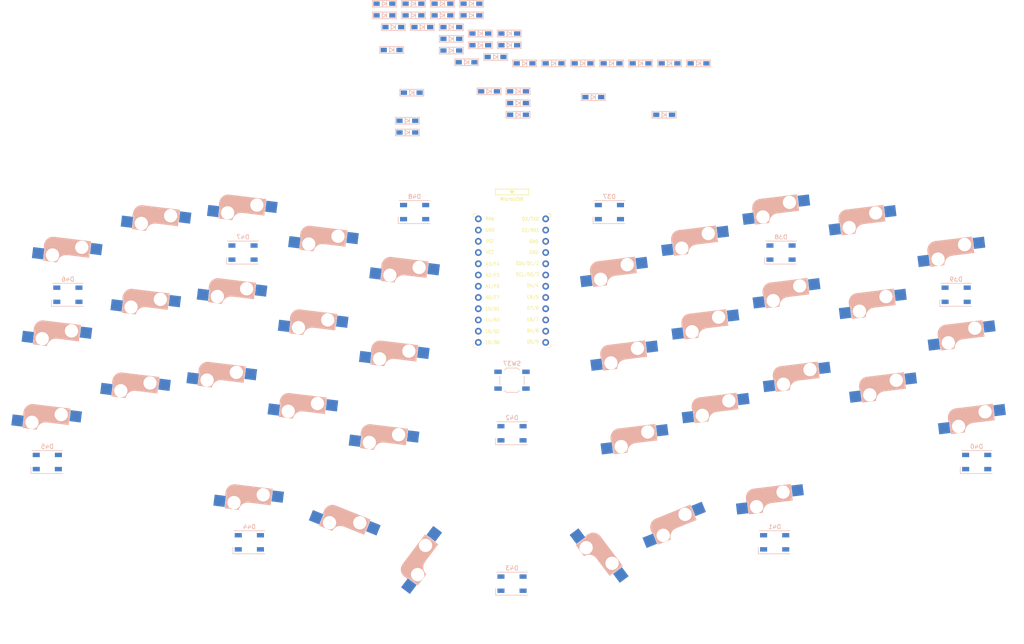
<source format=kicad_pcb>
(kicad_pcb (version 20211014) (generator pcbnew)
  (layers (0 "F.Cu" signal) (31 "B.Cu" signal) (34 "B.Paste" user) (35 "F.Paste" user) (36 "B.SilkS" user "B.Silkscreen") (37 "F.SilkS" user "F.Silkscreen") (38 "B.Mask" user) (39 "F.Mask" user) (44 "Edge.Cuts" user))
  (net 0 "")
  (net 1 "ROW01")
  (net 2 "Net-(D1-Pad2)")
  (net 3 "Net-(D2-Pad2)")
  (net 4 "Net-(D3-Pad2)")
  (net 5 "Net-(D4-Pad2)")
  (net 6 "Net-(D5-Pad2)")
  (net 7 "Net-(D6-Pad2)")
  (net 8 "Net-(D7-Pad2)")
  (net 9 "Net-(D8-Pad2)")
  (net 10 "Net-(D9-Pad2)")
  (net 11 "Net-(D10-Pad2)")
  (net 12 "ROW02")
  (net 13 "Net-(D11-Pad2)")
  (net 14 "Net-(D12-Pad2)")
  (net 15 "Net-(D13-Pad2)")
  (net 16 "Net-(D14-Pad2)")
  (net 17 "Net-(D15-Pad2)")
  (net 18 "Net-(D16-Pad2)")
  (net 19 "Net-(D17-Pad2)")
  (net 20 "Net-(D18-Pad2)")
  (net 21 "Net-(D19-Pad2)")
  (net 22 "Net-(D20-Pad2)")
  (net 23 "ROW03")
  (net 24 "Net-(D21-Pad2)")
  (net 25 "Net-(D22-Pad2)")
  (net 26 "Net-(D23-Pad2)")
  (net 27 "Net-(D24-Pad2)")
  (net 28 "Net-(D25-Pad2)")
  (net 29 "Net-(D26-Pad2)")
  (net 30 "Net-(D27-Pad2)")
  (net 31 "Net-(D28-Pad2)")
  (net 32 "Net-(D29-Pad2)")
  (net 33 "Net-(D30-Pad2)")
  (net 34 "ROW04")
  (net 35 "Net-(D31-Pad2)")
  (net 36 "Net-(D32-Pad2)")
  (net 37 "Net-(D33-Pad2)")
  (net 38 "Net-(D34-Pad2)")
  (net 39 "Net-(D35-Pad2)")
  (net 40 "Net-(D36-Pad2)")
  (net 41 "VCC")
  (net 42 "Net-(D37-Pad2)")
  (net 43 "LED")
  (net 44 "GND")
  (net 45 "Net-(D38-Pad2)")
  (net 46 "Net-(D39-Pad2)")
  (net 47 "Net-(D40-Pad2)")
  (net 48 "Net-(D41-Pad2)")
  (net 49 "Net-(D42-Pad2)")
  (net 51 "Net-(D43-Pad4)")
  (net 52 "Net-(D44-Pad4)")
  (net 53 "Net-(D45-Pad4)")
  (net 54 "Net-(D46-Pad4)")
  (net 55 "Net-(D47-Pad4)")
  (net 56 "COL01")
  (net 57 "COL02")
  (net 58 "COL03")
  (net 59 "COL04")
  (net 60 "COL05")
  (net 61 "COL06")
  (net 62 "COL07")
  (net 63 "COL08")
  (net 64 "COL09")
  (net 65 "COL10")
  (net 66 "RST")
  (footprint "KBD:CherryMX_Hotswap" (layer "F.Cu") (at 119.203093 100.155092 -7)
    (fp_text reference "SW15" hide)
    (fp_text value "SW_PUSH" hide)
    (pad "" np_thru_hole circle locked (at 5.08 0 353) (size 1.9 1.9) (drill 1.9) (layers *.Cu *.Mask))
    (pad "" np_thru_hole circle locked (at 0 0 83) (size 4.1 4.1) (drill 4.1) (layers *.Cu *.Mask))
    (pad "" np_thru_hole circle locked (at -5.08 0 353) (size 1.9 1.9) (drill 1.9) (layers *.Cu *.Mask))
    (pad "" np_thru_hole circle locked (at 2.54 -5.08 353) (size 3 3) (drill 3) (layers *.Cu *.Mask))
    (pad "" np_thru_hole circle locked (at -3.81 -2.54 353) (size 3 3) (drill 3) (layers *.Cu *.Mask))
    (pad "1" smd rect locked (at -7.085 -2.54 173) (size 2.55 2.5) (layers "B.Cu" "B.Paste" "B.Mask") (net 60 "COL05"))
    (pad "2" smd rect locked (at 5.842 -5.08 173) (size 2.55 2.5) (layers "B.Cu" "B.Paste" "B.Mask") (net 17 "Net-(D15-Pad2)"))
  )
  (footprint "KBD:CherryMX_Hotswap" (layer "F.Cu") (at 121.524704 81.247088 -7)
    (fp_text reference "SW5" hide)
    (fp_text value "SW_PUSH" hide)
    (pad "" np_thru_hole circle locked (at 0 0 83) (size 4.1 4.1) (drill 4.1) (layers *.Cu *.Mask))
    (pad "" np_thru_hole circle locked (at 2.54 -5.08 353) (size 3 3) (drill 3) (layers *.Cu *.Mask))
    (pad "" np_thru_hole circle locked (at 5.08 0 353) (size 1.9 1.9) (drill 1.9) (layers *.Cu *.Mask))
    (pad "" np_thru_hole circle locked (at -5.08 0 353) (size 1.9 1.9) (drill 1.9) (layers *.Cu *.Mask))
    (pad "" np_thru_hole circle locked (at -3.81 -2.54 353) (size 3 3) (drill 3) (layers *.Cu *.Mask))
    (pad "1" smd rect locked (at -7.085 -2.54 173) (size 2.55 2.5) (layers "B.Cu" "B.Paste" "B.Mask") (net 60 "COL05"))
    (pad "2" smd rect locked (at 5.842 -5.08 173) (size 2.55 2.5) (layers "B.Cu" "B.Paste" "B.Mask") (net 6 "Net-(D5-Pad2)"))
  )
  (footprint "KBD:CherryMX_Hotswap" (layer "F.Cu") (at 63.059544 88.462763 -7)
    (fp_text reference "SW12" hide)
    (fp_text value "SW_PUSH" hide)
    (pad "" np_thru_hole circle locked (at 5.08 0 353) (size 1.9 1.9) (drill 1.9) (layers *.Cu *.Mask))
    (pad "" np_thru_hole circle locked (at 2.54 -5.08 353) (size 3 3) (drill 3) (layers *.Cu *.Mask))
    (pad "" np_thru_hole circle locked (at 0 0 83) (size 4.1 4.1) (drill 4.1) (layers *.Cu *.Mask))
    (pad "" np_thru_hole circle locked (at -3.81 -2.54 353) (size 3 3) (drill 3) (layers *.Cu *.Mask))
    (pad "" np_thru_hole circle locked (at -5.08 0 353) (size 1.9 1.9) (drill 1.9) (layers *.Cu *.Mask))
    (pad "1" smd rect locked (at -7.085 -2.54 173) (size 2.55 2.5) (layers "B.Cu" "B.Paste" "B.Mask") (net 57 "COL02"))
    (pad "2" smd rect locked (at 5.842 -5.08 173) (size 2.55 2.5) (layers "B.Cu" "B.Paste" "B.Mask") (net 14 "Net-(D12-Pad2)"))
  )
  (footprint "KBD:CherryMX_Hotswap" (layer "F.Cu") (at 190.403517 93.105983 7)
    (fp_text reference "SW17" hide)
    (fp_text value "SW_PUSH" hide)
    (pad "" np_thru_hole circle locked (at 2.54 -5.08 7) (size 3 3) (drill 3) (layers *.Cu *.Mask))
    (pad "" np_thru_hole circle locked (at -5.08 0 7) (size 1.9 1.9) (drill 1.9) (layers *.Cu *.Mask))
    (pad "" np_thru_hole circle locked (at 0 0 97) (size 4.1 4.1) (drill 4.1) (layers *.Cu *.Mask))
    (pad "" np_thru_hole circle locked (at -3.81 -2.54 7) (size 3 3) (drill 3) (layers *.Cu *.Mask))
    (pad "" np_thru_hole circle locked (at 5.08 0 7) (size 1.9 1.9) (drill 1.9) (layers *.Cu *.Mask))
    (pad "1" smd rect locked (at -7.085 -2.54 187) (size 2.55 2.5) (layers "B.Cu" "B.Paste" "B.Mask") (net 62 "COL07"))
    (pad "2" smd rect locked (at 5.842 -5.08 187) (size 2.55 2.5) (layers "B.Cu" "B.Paste" "B.Mask") (net 19 "Net-(D17-Pad2)"))
  )
  (footprint "KBD:CherryMX_Hotswap" (layer "F.Cu") (at 80.226401 104.96488 -7)
    (fp_text reference "SW23" hide)
    (fp_text value "SW_PUSH" hide)
    (pad "" np_thru_hole circle locked (at 0 0 83) (size 4.1 4.1) (drill 4.1) (layers *.Cu *.Mask))
    (pad "" np_thru_hole circle locked (at -3.81 -2.54 353) (size 3 3) (drill 3) (layers *.Cu *.Mask))
    (pad "" np_thru_hole circle locked (at 5.08 0 353) (size 1.9 1.9) (drill 1.9) (layers *.Cu *.Mask))
    (pad "" np_thru_hole circle locked (at -5.08 0 353) (size 1.9 1.9) (drill 1.9) (layers *.Cu *.Mask))
    (pad "" np_thru_hole circle locked (at 2.54 -5.08 353) (size 3 3) (drill 3) (layers *.Cu *.Mask))
    (pad "1" smd rect locked (at -7.085 -2.54 173) (size 2.55 2.5) (layers "B.Cu" "B.Paste" "B.Mask") (net 58 "COL03"))
    (pad "2" smd rect locked (at 5.842 -5.08 173) (size 2.55 2.5) (layers "B.Cu" "B.Paste" "B.Mask") (net 26 "Net-(D23-Pad2)"))
  )
  (footprint "KBD:CherryMX_Hotswap" (layer "F.Cu") (at 208.731057 86.056876 7)
    (fp_text reference "SW18" hide)
    (fp_text value "SW_PUSH" hide)
    (pad "" np_thru_hole circle locked (at 2.54 -5.08 7) (size 3 3) (drill 3) (layers *.Cu *.Mask))
    (pad "" np_thru_hole circle locked (at -3.81 -2.54 7) (size 3 3) (drill 3) (layers *.Cu *.Mask))
    (pad "" np_thru_hole circle locked (at -5.08 0 7) (size 1.9 1.9) (drill 1.9) (layers *.Cu *.Mask))
    (pad "" np_thru_hole circle locked (at 5.08 0 7) (size 1.9 1.9) (drill 1.9) (layers *.Cu *.Mask))
    (pad "" np_thru_hole circle locked (at 0 0 97) (size 4.1 4.1) (drill 4.1) (layers *.Cu *.Mask))
    (pad "1" smd rect locked (at -7.085 -2.54 187) (size 2.55 2.5) (layers "B.Cu" "B.Paste" "B.Mask") (net 63 "COL08"))
    (pad "2" smd rect locked (at 5.842 -5.08 187) (size 2.55 2.5) (layers "B.Cu" "B.Paste" "B.Mask") (net 20 "Net-(D18-Pad2)"))
  )
  (footprint "KBD:CherryMX_Hotswap" (layer "F.Cu") (at 230.541136 107.370766 7)
    (fp_text reference "SW29" hide)
    (fp_text value "SW_PUSH" hide)
    (pad "" np_thru_hole circle locked (at 2.54 -5.08 7) (size 3 3) (drill 3) (layers *.Cu *.Mask))
    (pad "" np_thru_hole circle locked (at 5.08 0 7) (size 1.9 1.9) (drill 1.9) (layers *.Cu *.Mask))
    (pad "" np_thru_hole circle locked (at 0 0 97) (size 4.1 4.1) (drill 4.1) (layers *.Cu *.Mask))
    (pad "" np_thru_hole circle locked (at -3.81 -2.54 7) (size 3 3) (drill 3) (layers *.Cu *.Mask))
    (pad "" np_thru_hole circle locked (at -5.08 0 7) (size 1.9 1.9) (drill 1.9) (layers *.Cu *.Mask))
    (pad "1" smd rect locked (at -7.085 -2.54 187) (size 2.55 2.5) (layers "B.Cu" "B.Paste" "B.Mask") (net 64 "COL09"))
    (pad "2" smd rect locked (at 5.842 -5.08 187) (size 2.55 2.5) (layers "B.Cu" "B.Paste" "B.Mask") (net 32 "Net-(D29-Pad2)"))
  )
  (footprint "KBD:CherryMX_Hotswap" (layer "F.Cu") (at 45.312224 76.688142 -7)
    (fp_text reference "SW1" hide)
    (fp_text value "SW_PUSH" hide)
    (pad "" np_thru_hole circle locked (at 0 0 83) (size 4.1 4.1) (drill 4.1) (layers *.Cu *.Mask))
    (pad "" np_thru_hole circle locked (at 5.08 0 353) (size 1.9 1.9) (drill 1.9) (layers *.Cu *.Mask))
    (pad "" np_thru_hole circle locked (at 2.54 -5.08 353) (size 3 3) (drill 3) (layers *.Cu *.Mask))
    (pad "" np_thru_hole circle locked (at -5.08 0 353) (size 1.9 1.9) (drill 1.9) (layers *.Cu *.Mask))
    (pad "" np_thru_hole circle locked (at -3.81 -2.54 353) (size 3 3) (drill 3) (layers *.Cu *.Mask))
    (pad "1" smd rect locked (at -7.085 -2.54 173) (size 2.55 2.5) (layers "B.Cu" "B.Paste" "B.Mask") (net 56 "COL01"))
    (pad "2" smd rect locked (at 5.842 -5.08 173) (size 2.55 2.5) (layers "B.Cu" "B.Paste" "B.Mask") (net 2 "Net-(D1-Pad2)"))
  )
  (footprint "KBD:CherryMX_Hotswap" (layer "F.Cu") (at 204.972101 132.648261 7)
    (fp_text reference "SW36" hide)
    (fp_text value "SW_PUSH" hide)
    (pad "" np_thru_hole circle locked (at 5.08 0 7) (size 1.9 1.9) (drill 1.9) (layers *.Cu *.Mask))
    (pad "" np_thru_hole circle locked (at 2.54 -5.08 7) (size 3 3) (drill 3) (layers *.Cu *.Mask))
    (pad "" np_thru_hole circle locked (at 0 0 97) (size 4.1 4.1) (drill 4.1) (layers *.Cu *.Mask))
    (pad "" np_thru_hole circle locked (at -5.08 0 7) (size 1.9 1.9) (drill 1.9) (layers *.Cu *.Mask))
    (pad "" np_thru_hole circle locked (at -3.81 -2.54 7) (size 3 3) (drill 3) (layers *.Cu *.Mask))
    (pad "1" smd rect locked (at -7.085 -2.54 187) (size 2.55 2.5) (layers "B.Cu" "B.Paste" "B.Mask") (net 63 "COL08"))
    (pad "2" smd rect locked (at 5.842 -5.08 187) (size 2.55 2.5) (layers "B.Cu" "B.Paste" "B.Mask") (net 40 "Net-(D36-Pad2)"))
  )
  (footprint "KBD:CherryMX_Hotswap" (layer "F.Cu") (at 86.306969 132.648264 -7)
    (fp_text reference "SW31" hide)
    (fp_text value "SW_PUSH" hide)
    (pad "" np_thru_hole circle locked (at -5.08 0 353) (size 1.9 1.9) (drill 1.9) (layers *.Cu *.Mask))
    (pad "" np_thru_hole circle locked (at 2.54 -5.08 353) (size 3 3) (drill 3) (layers *.Cu *.Mask))
    (pad "" np_thru_hole circle locked (at 0 0 83) (size 4.1 4.1) (drill 4.1) (layers *.Cu *.Mask))
    (pad "" np_thru_hole circle locked (at -3.81 -2.54 353) (size 3 3) (drill 3) (layers *.Cu *.Mask))
    (pad "" np_thru_hole circle locked (at 5.08 0 353) (size 1.9 1.9) (drill 1.9) (layers *.Cu *.Mask))
    (pad "1" smd rect locked (at -7.085 -2.54 173) (size 2.55 2.5) (layers "B.Cu" "B.Paste" "B.Mask") (net 58 "COL03"))
    (pad "2" smd rect locked (at 5.842 -5.08 173) (size 2.55 2.5) (layers "B.Cu" "B.Paste" "B.Mask") (net 35 "Net-(D31-Pad2)"))
  )
  (footprint "KBD:CherryMX_Hotswap" (layer "F.Cu") (at 211.052668 104.964879 7)
    (fp_text reference "SW28" hide)
    (fp_text value "SW_PUSH" hide)
    (pad "" np_thru_hole circle locked (at 2.54 -5.08 7) (size 3 3) (drill 3) (layers *.Cu *.Mask))
    (pad "" np_thru_hole circle locked (at -5.08 0 7) (size 1.9 1.9) (drill 1.9) (layers *.Cu *.Mask))
    (pad "" np_thru_hole circle locked (at 5.08 0 7) (size 1.9 1.9) (drill 1.9) (layers *.Cu *.Mask))
    (pad "" np_thru_hole circle locked (at 0 0 97) (size 4.1 4.1) (drill 4.1) (layers *.Cu *.Mask))
    (pad "" np_thru_hole circle locked (at -3.81 -2.54 7) (size 3 3) (drill 3) (layers *.Cu *.Mask))
    (pad "1" smd rect locked (at -7.085 -2.54 187) (size 2.55 2.5) (layers "B.Cu" "B.Paste" "B.Mask") (net 63 "COL08"))
    (pad "2" smd rect locked (at 5.842 -5.08 187) (size 2.55 2.5) (layers "B.Cu" "B.Paste" "B.Mask") (net 31 "Net-(D28-Pad2)"))
  )
  (footprint "KBD:ProMicro_v3" (layer "F.Cu") (at 145.63985 80)
    (fp_text reference "U1" hide)
    (fp_text value "ProMicro" hide)
    (fp_text user "14/B3" (at -4.395 8.4 unlocked) (layer "F.SilkS") (effects (font (size 0.75 0.67) (thickness 0.125))))
    (fp_text user "A2/F5" (at -4.395 -1.75 unlocked) (layer "F.SilkS") (effects (font (size 0.75 0.67) (thickness 0.125))))
    (fp_text user "C6/5" (at 4.705 3.15 unlocked) (layer "F.SilkS") (effects (font (size 0.75 0.67) (thickness 0.125))))
    (fp_text user "A1/F6" (at -4.395 0.75 unlocked) (layer "F.SilkS") (effects (font (size 0.75 0.67) (thickness 0.125))))
    (fp_text user "GND" (at 4.955 -9.35 unlocked) (layer "F.SilkS") (effects (font (size 0.75 0.67) (thickness 0.125))))
    (fp_text user "B4/8" (at 4.705 10.8 unlocked) (layer "F.SilkS") (effects (font (size 0.75 0.67) (thickness 0.125))))
    (fp_text user "B5/9" (at 4.705 13.3 unlocked) (layer "F.SilkS") (effects (font (size 0.75 0.67) (thickness 0.125))))
    (fp_text user "E6/7" (at 4.705 8.25 unlocked) (layer "F.SilkS") (effects (font (size 0.75 0.67) (thickness 0.125))))
    (fp_text user "D4/4" (at 4.705 0.6 unlocked) (layer "F.SilkS") (effects (font (size 0.75 0.67) (thickness 0.125))))
    (fp_text user "A3/F4" (at -4.395 -4.25 unlocked) (layer "F.SilkS") (effects (font (size 0.75 0.67) (thickness 0.125))))
    (fp_text user "10/B6" (at -4.395 13.45 unlocked) (layer "F.SilkS") (effects (font (size 0.75 0.67) (thickness 0.125))))
    (fp_text user "RAW" (at -4.995 -14.5 unlocked) (layer "F.SilkS") (effects (font (size 0.75 0.67) (thickness 0.125))))
    (fp_text user "16/B2" (at -4.395 10.95 unlocked) (layer "F.SilkS") (effects (font (size 0.75 0.67) (thickness 0.125))))
    (fp_text user "SCL/D0/3" (at 3.455 -1.9 unlocked) (layer "F.SilkS") (effects (font (size 0.75 0.67) (thickness 0.125))))
    (fp_text user "15/B1" (at -4.395 5.85 unlocked) (layer "F.SilkS") (effects (font (size 0.75 0.67) (thickness 0.125))))
    (fp_text user "SDA/D1/2" (at 3.455 -4.4 unlocked) (layer "F.SilkS") (effects (font (size 0.75 0.67) (thickness 0.125))))
    (fp_text user "MicroUSB" (at -0.05 -18.95) (layer "F.SilkS") (effects (font (size 0.75 0.75) (thickness 0.12))))
    (fp_text user "VCC" (at -4.995 -6.95 unlocked) (layer "F.SilkS") (effects (font (size 0.75 0.67) (thickness 0.125))))
    (fp_text user "D3/TX0" (at 4.155 -14.45 unlocked) (layer "F.SilkS") (effects (font (size 0.75 0.67) (thickness 0.125))))
    (fp_text user "MicroUSB" (at -0.05 -18.95) (layer "F.SilkS") (effects (font (size 0.75 0.75) (thickness 0.12))))
    (fp_text user "D2/RX1" (at 4.155 -11.9 unlocked) (layer "F.SilkS") (effects (font (size 0.75 0.67) (thickness 0.125))))
    (fp_text user "D7/6" (at 4.705 5.7 unlocked) (layer "F.SilkS") (effects (font (size 0.75 0.67) (thickness 0.125))))
    (fp_text user "A0/F7" (at -4.395 3.3 unlocked) (layer "F.SilkS") (effects (font (size 0.75 0.67) (thickness 0.125))))
    (fp_text user "GND" (at 4.955 -6.9 unlocked) (layer "F.SilkS") (effects (font (size 0.75 0.67) (thickness 0.125))))
    (fp_text user "RST" (at -4.995 -9.4 unlocked) (layer "F.SilkS") (effects (font (size 0.75 0.67) (thickness 0.125))))
    (fp_text user "GND" (at -4.995 -11.95 unlocked) (layer "F.SilkS") (effects (font (size 0.75 0.67) (thickness 0.125))))
    (pad "1" thru_hole circle locked (at 7.6114 -14.478) (size 1.524 1.524) (drill 0.8128) (layers *.Cu "B.Mask"))
    (pad "2" thru_hole circle locked (at 7.6114 -11.938) (size 1.524 1.524) (drill 0.8128) (layers *.Cu "B.Mask"))
    (pad "3" thru_hole circle locked (at 7.6114 -9.398) (size 1.524 1.524) (drill 0.8128) (layers *.Cu "B.Mask") (net 44 "GND"))
    (pad "4" thru_hole circle locked (at 7.6114 -6.858) (size 1.524 1.524) (drill 0.8128) (layers *.Cu "B.Mask") (net 44 "GND"))
    (pad "5" thru_hole circle locked (at 7.6114 -4.318) (size 1.524 1.524) (drill 0.8128) (layers *.Cu "B.Mask") (net 1 "ROW01"))
    (pad "6" thru_hole circle locked (at 7.6114 -1.778) (size 1.524 1.524) (drill 0.8128) (layers *.Cu "B.Mask") (net 12 "ROW02"))
    (pad "7" thru_hole circle locked (at 7.6114 0.762) (size 1.524 1.524) (drill 0.8128) (layers *.Cu "B.Mask") (net 43 "LED"))
    (pad "8" thru_hole circle locked (at 7.6114 3.302) (size 1.524 1.524) (drill 0.8128) (layers *.Cu "B.Mask") (net 60 "COL05"))
    (pad "9" thru_hole circle locked (at 7.6114 5.842) (size 1.524 1.524) (drill 0.8128) (layers *.Cu "B.Mask") (net 59 "COL04"))
    (pad "10" thru_hole circle locked (at 7.6114 8.382) (size 1.524 1.524) (drill 0.8128) (layers *.Cu "B.Mask") (net 58 "COL03"))
    (pad "11" thru_hole circle locked (at 7.6114 10.922) (size 1.524 1.524) (drill 0.8128) (layers *.Cu "B.Mask") (net 57 "COL02"))
    (pad "12" thru_hole circle locked (at 7.6114 13.462) (size 1.524 1.524) (drill 0.8128) (layers *.Cu "B.Mask") (net 56 "COL01"))
    (pad "13" thru_hole circle locked (at -7.6086 13.462) (size 1.524 1.524) (drill 0.8128) (layers *.Cu "B.Mask") (net 65 "COL10"))
    (pad "14" thru_hole circle locked (at -7.6086 10.922) (size 1.524 1.524) (drill 0.8128) (layers *.Cu "B.Mask") (net 64 "COL09"))
    (pad "15" thru_hole circle locked (at -7.6086 8.382) (size 1.524 1.524) (drill 0.8128) (layers *.Cu "B.Mask") (net 63 "COL08"))
    (pad "16" thru_hole circle locked (at -7.6086 5.842) (size 1.524 1.524) (drill 0.8128) (layers *.Cu "B.Mask") (net 62 "COL07"))
    (pad "17" thru_hole circle locked (at -7.6086 3.302) (size 1.524 1.524) (drill 0.8128) (layers *.Cu "B.Mask") (net 61 "COL06"))
    (pad "18" thru_hole circle locked (at -7.6086 0.762) (size 1.524 1.524) (drill 0.8128) (layers *.Cu "B.Mask"))
    (pad "19" thru_hole circle locked (at -7.6086 -1.778) (size 1.524 1.524) (drill 0.8128) (layers *.Cu "B.Mask") (net 34 "ROW04"))
    (pad "20" thru_hole circle locked (at -7.6086 -4.318) (size 1.524 1.524) (drill 0.8128) (layers *.Cu "B.Mask") (net 23 "ROW03"))
    (pad "21" thru_hole circle locked (at -7.6086 -6.858) (size 1.524 1.524) (drill 0.8128) (layers *.Cu "B.Mask") (net 41 "VCC"))
    (pad "22" thru_hole circle locked (at -7.6086 -9.398) (size 1.524 1.524) (drill 0.8128) (layers *.Cu "B.Mask") (net 66 "RST"))
    (pad "23" thru_hole circle locked (at -7.6086 -11.938) (size 1.524 1.524) (drill 0.8128) (layers *.Cu "B.Mask") (net 44 "GND"))
    (pad "24" thru_hole circle locked (at -7.6086 -14.478) (size 1.524 1.524) (drill 0.8128) (layers *.Cu "B.Mask"))
  )
  (footprint "KBD:CherryMX_Hotswap" (layer "F.Cu") (at 192.725129 112.013988 7)
    (fp_text reference "SW27" hide)
    (fp_text value "SW_PUSH" hide)
    (pad "" np_thru_hole circle locked (at 5.08 0 7) (size 1.9 1.9) (drill 1.9) (layers *.Cu *.Mask))
    (pad "" np_thru_hole circle locked (at 0 0 97) (size 4.1 4.1) (drill 4.1) (layers *.Cu *.Mask))
    (pad "" np_thru_hole circle locked (at -3.81 -2.54 7) (size 3 3) (drill 3) (layers *.Cu *.Mask))
    (pad "" np_thru_hole circle locked (at 2.54 -5.08 7) (size 3 3) (drill 3) (layers *.Cu *.Mask))
    (pad "" np_thru_hole circle locked (at -5.08 0 7) (size 1.9 1.9) (drill 1.9) (layers *.Cu *.Mask))
    (pad "1" smd rect locked (at -7.085 -2.54 187) (size 2.55 2.5) (layers "B.Cu" "B.Paste" "B.Mask") (net 62 "COL07"))
    (pad "2" smd rect locked (at 5.842 -5.08 187) (size 2.55 2.5) (layers "B.Cu" "B.Paste" "B.Mask") (net 30 "Net-(D27-Pad2)"))
  )
  (footprint "KBD:CherryMX_Hotswap" (layer "F.Cu") (at 206.409447 67.148871 7)
    (fp_text reference "SW8" hide)
    (fp_text value "SW_PUSH" hide)
    (pad "" np_thru_hole circle locked (at -5.08 0 7) (size 1.9 1.9) (drill 1.9) (layers *.Cu *.Mask))
    (pad "" np_thru_hole circle locked (at 0 0 97) (size 4.1 4.1) (drill 4.1) (layers *.Cu *.Mask))
    (pad "" np_thru_hole circle locked (at -3.81 -2.54 7) (size 3 3) (drill 3) (layers *.Cu *.Mask))
    (pad "" np_thru_hole circle locked (at 5.08 0 7) (size 1.9 1.9) (drill 1.9) (layers *.Cu *.Mask))
    (pad "" np_thru_hole circle locked (at 2.54 -5.08 7) (size 3 3) (drill 3) (layers *.Cu *.Mask))
    (pad "1" smd rect locked (at -7.085 -2.54 187) (size 2.55 2.5) (layers "B.Cu" "B.Paste" "B.Mask") (net 63 "COL08"))
    (pad "2" smd rect locked (at 5.842 -5.08 187) (size 2.55 2.5) (layers "B.Cu" "B.Paste" "B.Mask") (net 9 "Net-(D8-Pad2)"))
  )
  (footprint "KBD:CherryMX_Hotswap" (layer "F.Cu") (at 245.966845 76.688142 7)
    (fp_text reference "SW10" hide)
    (fp_text value "SW_PUSH" hide)
    (pad "" np_thru_hole circle locked (at 2.54 -5.08 7) (size 3 3) (drill 3) (layers *.Cu *.Mask))
    (pad "" np_thru_hole circle locked (at -3.81 -2.54 7) (size 3 3) (drill 3) (layers *.Cu *.Mask))
    (pad "" np_thru_hole circle locked (at 0 0 97) (size 4.1 4.1) (drill 4.1) (layers *.Cu *.Mask))
    (pad "" np_thru_hole circle locked (at 5.08 0 7) (size 1.9 1.9) (drill 1.9) (layers *.Cu *.Mask))
    (pad "" np_thru_hole circle locked (at -5.08 0 7) (size 1.9 1.9) (drill 1.9) (layers *.Cu *.Mask))
    (pad "1" smd rect locked (at -7.085 -2.54 187) (size 2.55 2.5) (layers "B.Cu" "B.Paste" "B.Mask") (net 65 "COL10"))
    (pad "2" smd rect locked (at 5.842 -5.08 187) (size 2.55 2.5) (layers "B.Cu" "B.Paste" "B.Mask") (net 11 "Net-(D10-Pad2)"))
  )
  (footprint "KBD:CherryMX_Hotswap" (layer "F.Cu") (at 65.381156 69.554759 -7)
    (fp_text reference "SW2" hide)
    (fp_text value "SW_PUSH" hide)
    (pad "" np_thru_hole circle locked (at 5.08 0 353) (size 1.9 1.9) (drill 1.9) (layers *.Cu *.Mask))
    (pad "" np_thru_hole circle locked (at -5.08 0 353) (size 1.9 1.9) (drill 1.9) (layers *.Cu *.Mask))
    (pad "" np_thru_hole circle locked (at -3.81 -2.54 353) (size 3 3) (drill 3) (layers *.Cu *.Mask))
    (pad "" np_thru_hole circle locked (at 0 0 83) (size 4.1 4.1) (drill 4.1) (layers *.Cu *.Mask))
    (pad "" np_thru_hole circle locked (at 2.54 -5.08 353) (size 3 3) (drill 3) (layers *.Cu *.Mask))
    (pad "1" smd rect locked (at -7.085 -2.54 173) (size 2.55 2.5) (layers "B.Cu" "B.Paste" "B.Mask") (net 57 "COL02"))
    (pad "2" smd rect locked (at 5.842 -5.08 173) (size 2.55 2.5) (layers "B.Cu" "B.Paste" "B.Mask") (net 3 "Net-(D2-Pad2)"))
  )
  (footprint "KBD:CherryMX_Hotswap" (layer "F.Cu") (at 40.669002 114.50415 -7)
    (fp_text reference "SW21" hide)
    (fp_text value "SW_PUSH" hide)
    (pad "" np_thru_hole circle locked (at 2.54 -5.08 353) (size 3 3) (drill 3) (layers *.Cu *.Mask))
    (pad "" np_thru_hole circle locked (at -5.08 0 353) (size 1.9 1.9) (drill 1.9) (layers *.Cu *.Mask))
    (pad "" np_thru_hole circle locked (at -3.81 -2.54 353) (size 3 3) (drill 3) (layers *.Cu *.Mask))
    (pad "" np_thru_hole circle locked (at 0 0 83) (size 4.1 4.1) (drill 4.1) (layers *.Cu *.Mask))
    (pad "" np_thru_hole circle locked (at 5.08 0 353) (size 1.9 1.9) (drill 1.9) (layers *.Cu *.Mask))
    (pad "1" smd rect locked (at -7.085 -2.54 173) (size 2.55 2.5) (layers "B.Cu" "B.Paste" "B.Mask") (net 56 "COL01"))
    (pad "2" smd rect locked (at 5.842 -5.08 173) (size 2.55 2.5) (layers "B.Cu" "B.Paste" "B.Mask") (net 24 "Net-(D21-Pad2)"))
  )
  (footprint "KBD:CherryMX_Hotswap" (layer "F.Cu") (at 184.279071 138 22)
    (fp_text reference "SW35" hide)
    (fp_text value "SW_PUSH" hide)
    (pad "" np_thru_hole circle locked (at -3.81 -2.54 22) (size 3 3) (drill 3) (layers *.Cu *.Mask))
    (pad "" np_thru_hole circle locked (at 2.54 -5.08 22) (size 3 3) (drill 3) (layers *.Cu *.Mask))
    (pad "" np_thru_hole circle locked (at 5.08 0 22) (size 1.9 1.9) (drill 1.9) (layers *.Cu *.Mask))
    (pad "" np_thru_hole circle locked (at -5.08 0 22) (size 1.9 1.9) (drill 1.9) (layers *.Cu *.Mask))
    (pad "" np_thru_hole circle locked (at 0 0 112) (size 4.1 4.1) (drill 4.1) (layers *.Cu *.Mask))
    (pad "1" smd rect locked (at -7.085 -2.54 202) (size 2.55 2.5) (layers "B.Cu" "B.Paste" "B.Mask") (net 62 "COL07"))
    (pad "2" smd rect locked (at 5.842 -5.08 202) (size 2.55 2.5) (layers "B.Cu" "B.Paste" "B.Mask") (net 39 "Net-(D35-Pad2)"))
  )
  (footprint "KBD:CherryMX_Hotswap" (layer "F.Cu") (at 98.553942 112.013989 -7)
    (fp_text reference "SW24" hide)
    (fp_text value "SW_PUSH" hide)
    (pad "" np_thru_hole circle locked (at 2.54 -5.08 353) (size 3 3) (drill 3) (layers *.Cu *.Mask))
    (pad "" np_thru_hole circle locked (at -5.08 0 353) (size 1.9 1.9) (drill 1.9) (layers *.Cu *.Mask))
    (pad "" np_thru_hole circle locked (at 0 0 83) (size 4.1 4.1) (drill 4.1) (layers *.Cu *.Mask))
    (pad "" np_thru_hole circle locked (at 5.08 0 353) (size 1.9 1.9) (drill 1.9) (layers *.Cu *.Mask))
    (pad "" np_thru_hole circle locked (at -3.81 -2.54 353) (size 3 3) (drill 3) (layers *.Cu *.Mask))
    (pad "1" smd rect locked (at -7.085 -2.54 173) (size 2.55 2.5) (layers "B.Cu" "B.Paste" "B.Mask") (net 59 "COL04"))
    (pad "2" smd rect locked (at 5.842 -5.08 173) (size 2.55 2.5) (layers "B.Cu" "B.Paste" "B.Mask") (net 27 "Net-(D24-Pad2)"))
  )
  (footprint "KBD:CherryMX_Hotswap_1.5u" (layer "F.Cu") (at 128.627141 144.43364 53)
    (fp_text reference "SW33" hide)
    (fp_text value "SW_PUSH" hide)
    (pad "" np_thru_hole circle locked (at 0 0 143) (size 4.1 4.1) (drill 4.1) (layers *.Cu *.Mask))
    (pad "" np_thru_hole circle locked (at -5.08 0 53) (size 1.9 1.9) (drill 1.9) (layers *.Cu *.Mask))
    (pad "" np_thru_hole circle locked (at 2.54 -5.08 53) (size 3 3) (drill 3) (layers *.Cu *.Mask))
    (pad "" np_thru_hole circle locked (at 5.08 0 53) (size 1.9 1.9) (drill 1.9) (layers *.Cu *.Mask))
    (pad "" np_thru_hole circle locked (at -3.81 -2.54 53) (size 3 3) (drill 3) (layers *.Cu *.Mask))
    (pad "1" smd rect locked (at -7.085 -2.54 233) (size 2.55 2.5) (layers "B.Cu" "B.Paste" "B.Mask") (net 60 "COL05"))
    (pad "2" smd rect locked (at 5.842 -5.08 233) (size 2.55 2.5) (layers "B.Cu" "B.Paste" "B.Mask") (net 37 "Net-(D33-Pad2)"))
  )
  (footprint "KBD:CherryMX_Hotswap" (layer "F.Cu") (at 84.869623 67.148872 -7)
    (fp_text reference "SW3" hide)
    (fp_text value "SW_PUSH" hide)
    (pad "" np_thru_hole circle locked (at -3.81 -2.54 353) (size 3 3) (drill 3) (layers *.Cu *.Mask))
    (pad "" np_thru_hole circle locked (at 5.08 0 353) (size 1.9 1.9) (drill 1.9) (layers *.Cu *.Mask))
    (pad "" np_thru_hole circle locked (at 2.54 -5.08 353) (size 3 3) (drill 3) (layers *.Cu *.Mask))
    (pad "" np_thru_hole circle locked (at 0 0 83) (size 4.1 4.1) (drill 4.1) (layers *.Cu *.Mask))
    (pad "" np_thru_hole circle locked (at -5.08 0 353) (size 1.9 1.9) (drill 1.9) (layers *.Cu *.Mask))
    (pad "1" smd rect locked (at -7.085 -2.54 173) (size 2.55 2.5) (layers "B.Cu" "B.Paste" "B.Mask") (net 58 "COL03"))
    (pad "2" smd rect locked (at 5.842 -5.08 173) (size 2.55 2.5) (layers "B.Cu" "B.Paste" "B.Mask") (net 4 "Net-(D3-Pad2)"))
  )
  (footprint "KBD:CherryMX_Hotswap" (layer "F.Cu") (at 225.897915 69.554757 7)
    (fp_text reference "SW9" hide)
    (fp_text value "SW_PUSH" hide)
    (pad "" np_thru_hole circle locked (at 2.54 -5.08 7) (size 3 3) (drill 3) (layers *.Cu *.Mask))
    (pad "" np_thru_hole circle locked (at -5.08 0 7) (size 1.9 1.9) (drill 1.9) (layers *.Cu *.Mask))
    (pad "" np_thru_hole circle locked (at -3.81 -2.54 7) (size 3 3) (drill 3) (layers *.Cu *.Mask))
    (pad "" np_thru_hole circle locked (at 0 0 97) (size 4.1 4.1) (drill 4.1) (layers *.Cu *.Mask))
    (pad "" np_thru_hole circle locked (at 5.08 0 7) (size 1.9 1.9) (drill 1.9) (layers *.Cu *.Mask))
    (pad "1" smd rect locked (at -7.085 -2.54 187) (size 2.55 2.5) (layers "B.Cu" "B.Paste" "B.Mask") (net 64 "COL09"))
    (pad "2" smd rect locked (at 5.842 -5.08 187) (size 2.55 2.5) (layers "B.Cu" "B.Paste" "B.Mask") (net 10 "Net-(D9-Pad2)"))
  )
  (footprint "KBD:CherryMX_Hotswap" (layer "F.Cu") (at 172.075977 100.155092 7)
    (fp_text reference "SW16" hide)
    (fp_text value "SW_PUSH" hide)
    (pad "" np_thru_hole circle locked (at 0 0 97) (size 4.1 4.1) (drill 4.1) (layers *.Cu *.Mask))
    (pad "" np_thru_hole circle locked (at 2.54 -5.08 7) (size 3 3) (drill 3) (layers *.Cu *.Mask))
    (pad "" np_thru_hole circle locked (at 5.08 0 7) (size 1.9 1.9) (drill 1.9) (layers *.Cu *.Mask))
    (pad "" np_thru_hole circle locked (at -3.81 -2.54 7) (size 3 3) (drill 3) (layers *.Cu *.Mask))
    (pad "" np_thru_hole circle locked (at -5.08 0 7) (size 1.9 1.9) (drill 1.9) (layers *.Cu *.Mask))
    (pad "1" smd rect locked (at -7.085 -2.54 187) (size 2.55 2.5) (layers "B.Cu" "B.Paste" "B.Mask") (net 61 "COL06"))
    (pad "2" smd rect locked (at 5.842 -5.08 187) (size 2.55 2.5) (layers "B.Cu" "B.Paste" "B.Mask") (net 18 "Net-(D16-Pad2)"))
  )
  (footprint "KBD:CherryMX_Hotswap" (layer "F.Cu") (at 228.219526 88.462762 7)
    (fp_text reference "SW19" hide)
    (fp_text value "SW_PUSH" hide)
    (pad "" np_thru_hole circle locked (at -3.81 -2.54 7) (size 3 3) (drill 3) (layers *.Cu *.Mask))
    (pad "" np_thru_hole circle locked (at -5.08 0 7) (size 1.9 1.9) (drill 1.9) (layers *.Cu *.Mask))
    (pad "" np_thru_hole circle locked (at 0 0 97) (size 4.1 4.1) (drill 4.1) (layers *.Cu *.Mask))
    (pad "" np_thru_hole circle locked (at 5.08 0 7) (size 1.9 1.9) (drill 1.9) (layers *.Cu *.Mask))
    (pad "" np_thru_hole circle locked (at 2.54 -5.08 7) (size 3 3) (drill 3) (layers *.Cu *.Mask))
    (pad "1" smd rect locked (at -7.085 -2.54 187) (size 2.55 2.5) (layers "B.Cu" "B.Paste" "B.Mask") (net 64 "COL09"))
    (pad "2" smd rect locked (at 5.842 -5.08 187) (size 2.55 2.5) (layers "B.Cu" "B.Paste" "B.Mask") (net 21 "Net-(D19-Pad2)"))
  )
  (footprint "KBD:CherryMX_Hotswap" (layer "F.Cu") (at 100.875553 93.105984 -7)
    (fp_text reference "SW14" hide)
    (fp_text value "SW_PUSH" hide)
    (pad "" np_thru_hole circle locked (at -5.08 0 353) (size 1.9 1.9) (drill 1.9) (layers *.Cu *.Mask))
    (pad "" np_thru_hole circle locked (at 0 0 83) (size 4.1 4.1) (drill 4.1) (layers *.Cu *.Mask))
    (pad "" np_thru_hole circle locked (at 2.54 -5.08 353) (size 3 3) (drill 3) (layers *.Cu *.Mask))
    (pad "" np_thru_hole circle locked (at -3.81 -2.54 353) (size 3 3) (drill 3) (layers *.Cu *.Mask))
    (pad "" np_thru_hole circle locked (at 5.08 0 353) (size 1.9 1.9) (drill 1.9) (layers *.Cu *.Mask))
    (pad "1" smd rect locked (at -7.085 -2.54 173) (size 2.55 2.5) (layers "B.Cu" "B.Paste" "B.Mask") (net 59 "COL04"))
    (pad "2" smd rect locked (at 5.842 -5.08 173) (size 2.55 2.5) (layers "B.Cu" "B.Paste" "B.Mask") (net 16 "Net-(D14-Pad2)"))
  )
  (footprint "KBD:CherryMX_Hotswap_1.5u" (layer "F.Cu") (at 162.651929 144.433641 -53)
    (fp_text reference "SW34" hide)
    (fp_text value "SW_PUSH" hide)
    (pad "" np_thru_hole circle locked (at 2.54 -5.08 307) (size 3 3) (drill 3) (layers *.Cu *.Mask))
    (pad "" np_thru_hole circle locked (at -5.08 0 307) (size 1.9 1.9) (drill 1.9) (layers *.Cu *.Mask))
    (pad "" np_thru_hole circle locked (at 0 0 37) (size 4.1 4.1) (drill 4.1) (layers *.Cu *.Mask))
    (pad "" np_thru_hole circle locked (at -3.81 -2.54 307) (size 3 3) (drill 3) (layers *.Cu *.Mask))
    (pad "" np_thru_hole circle locked (at 5.08 0 307) (size 1.9 1.9) (drill 1.9) (layers *.Cu *.Mask))
    (pad "1" smd rect locked (at -7.085 -2.54 127) (size 2.55 2.5) (layers "B.Cu" "B.Paste" "B.Mask") (net 61 "COL06"))
    (pad "2" smd rect locked (at 5.842 -5.08 127) (size 2.55 2.5) (layers "B.Cu" "B.Paste" "B.Mask") (net 38 "Net-(D34-Pad2)"))
  )
  (footprint "KBD:CherryMX_Hotswap" (layer "F.Cu") (at 42.990612 95.596146 -7)
    (fp_text reference "SW11" hide)
    (fp_text value "SW_PUSH" hide)
    (pad "" np_thru_hole circle locked (at -3.81 -2.54 353) (size 3 3) (drill 3) (layers *.Cu *.Mask))
    (pad "" np_thru_hole circle locked (at 2.54 -5.08 353) (size 3 3) (drill 3) (layers *.Cu *.Mask))
    (pad "" np_thru_hole circle locked (at -5.08 0 353) (size 1.9 1.9) (drill 1.9) (layers *.Cu *.Mask))
    (pad "" np_thru_hole circle locked (at 0 0 83) (size 4.1 4.1) (drill 4.1) (layers *.Cu *.Mask))
    (pad "" np_thru_hole circle locked (at 5.08 0 353) (size 1.9 1.9) (drill 1.9) (layers *.Cu *.Mask))
    (pad "1" smd rect locked (at -7.085 -2.54 173) (size 2.55 2.5) (layers "B.Cu" "B.Paste" "B.Mask") (net 56 "COL01"))
    (pad "2" smd rect locked (at 5.842 -5.08 173) (size 2.55 2.5) (layers "B.Cu" "B.Paste" "B.Mask") (net 13 "Net-(D11-Pad2)"))
  )
  (footprint "KBD:CherryMX_Hotswap" (layer "F.Cu") (at 103.197164 74.197981 -7)
    (fp_text reference "SW4" hide)
    (fp_text value "SW_PUSH" hide)
    (pad "" np_thru_hole circle locked (at -3.81 -2.54 353) (size 3 3) (drill 3) (layers *.Cu *.Mask))
    (pad "" np_thru_hole circle locked (at 2.54 -5.08 353) (size 3 3) (drill 3) (layers *.Cu *.Mask))
    (pad "" np_thru_hole circle locked (at -5.08 0 353) (size 1.9 1.9) (drill 1.9) (layers *.Cu *.Mask))
    (pad "" np_thru_hole circle locked (at 0 0 83) (size 4.1 4.1) (drill 4.1) (layers *.Cu *.Mask))
    (pad "" np_thru_hole circle locked (at 5.08 0 353) (size 1.9 1.9) (drill 1.9) (layers *.Cu *.Mask))
    (pad "1" smd rect locked (at -7.085 -2.54 173) (size 2.55 2.5) (layers "B.Cu" "B.Paste" "B.Mask") (net 59 "COL04"))
    (pad "2" smd rect locked (at 5.842 -5.08 173) (size 2.55 2.5) (layers "B.Cu" "B.Paste" "B.Mask") (net 5 "Net-(D4-Pad2)"))
  )
  (footprint "KBD:CherryMX_Hotswap" (layer "F.Cu") (at 248.288457 95.596145 7)
    (fp_text reference "SW20" hide)
    (fp_text value "SW_PUSH" hide)
    (pad "" np_thru_hole circle locked (at -5.08 0 7) (size 1.9 1.9) (drill 1.9) (layers *.Cu *.Mask))
    (pad "" np_thru_hole circle locked (at 5.08 0 7) (size 1.9 1.9) (drill 1.9) (layers *.Cu *.Mask))
    (pad "" np_thru_hole circle locked (at 2.54 -5.08 7) (size 3 3) (drill 3) (layers *.Cu *.Mask))
    (pad "" np_thru_hole circle locked (at 0 0 97) (size 4.1 4.1) (drill 4.1) (layers *.Cu *.Mask))
    (pad "" np_thru_hole circle locked (at -3.81 -2.54 7) (size 3 3) (drill 3) (layers *.Cu *.Mask))
    (pad "1" smd rect locked (at -7.085 -2.54 187) (size 2.55 2.5) (layers "B.Cu" "B.Paste" "B.Mask") (net 65 "COL10"))
    (pad "2" smd rect locked (at 5.842 -5.08 187) (size 2.55 2.5) (layers "B.Cu" "B.Paste" "B.Mask") (net 22 "Net-(D20-Pad2)"))
  )
  (footprint "KBD:CherryMX_Hotswap" (layer "F.Cu") (at 107 138 -22)
    (fp_text reference "SW32" hide)
    (fp_text value "SW_PUSH" hide)
    (pad "" np_thru_hole circle locked (at 0 0 68) (size 4.1 4.1) (drill 4.1) (layers *.Cu *.Mask))
    (pad "" np_thru_hole circle locked (at -5.08 0 338) (size 1.9 1.9) (drill 1.9) (layers *.Cu *.Mask))
    (pad "" np_thru_hole circle locked (at 5.08 0 338) (size 1.9 1.9) (drill 1.9) (layers *.Cu *.Mask))
    (pad "" np_thru_hole circle locked (at -3.81 -2.54 338) (size 3 3) (drill 3) (layers *.Cu *.Mask))
    (pad "" np_thru_hole circle locked (at 2.54 -5.08 338) (size 3 3) (drill 3) (layers *.Cu *.Mask))
    (pad "1" smd rect locked (at -7.085 -2.54 158) (size 2.55 2.5) (layers "B.Cu" "B.Paste" "B.Mask") (net 59 "COL04"))
    (pad "2" smd rect locked (at 5.842 -5.08 158) (size 2.55 2.5) (layers "B.Cu" "B.Paste" "B.Mask") (net 36 "Net-(D32-Pad2)"))
  )
  (footprint "KBD:CherryMX_Hotswap" (layer "F.Cu") (at 116.881483 119.063096 -7)
    (fp_text reference "SW25" hide)
    (fp_text value "SW_PUSH" hide)
    (pad "" np_thru_hole circle locked (at 5.08 0 353) (size 1.9 1.9) (drill 1.9) (layers *.Cu *.Mask))
    (pad "" np_thru_hole circle locked (at 2.54 -5.08 353) (size 3 3) (drill 3) (layers *.Cu *.Mask))
    (pad "" np_thru_hole circle locked (at -5.08 0 353) (size 1.9 1.9) (drill 1.9) (layers *.Cu *.Mask))
    (pad "" np_thru_hole circle locked (at 0 0 83) (size 4.1 4.1) (drill 4.1) (layers *.Cu *.Mask))
    (pad "" np_thru_hole circle locked (at -3.81 -2.54 353) (size 3 3) (drill 3) (layers *.Cu *.Mask))
    (pad "1" smd rect locked (at -7.085 -2.54 173) (size 2.55 2.5) (layers "B.Cu" "B.Paste" "B.Mask") (net 60 "COL05"))
    (pad "2" smd rect locked (at 5.842 -5.08 173) (size 2.55 2.5) (layers "B.Cu" "B.Paste" "B.Mask") (net 28 "Net-(D25-Pad2)"))
  )
  (footprint "KBD:CherryMX_Hotswap" (layer "F.Cu") (at 250.610068 114.504149 7)
    (fp_text reference "SW30" hide)
    (fp_text value "SW_PUSH" hide)
    (pad "" np_thru_hole circle locked (at 0 0 97) (size 4.1 4.1) (drill 4.1) (layers *.Cu *.Mask))
    (pad "" np_thru_hole circle locked (at 5.08 0 7) (size 1.9 1.9) (drill 1.9) (layers *.Cu *.Mask))
    (pad "" np_thru_hole circle locked (at 2.54 -5.08 7) (size 3 3) (drill 3) (layers *.Cu *.Mask))
    (pad "" np_thru_hole circle locked (at -5.08 0 7) (size 1.9 1.9) (drill 1.9) (layers *.Cu *.Mask))
    (pad "" np_thru_hole circle locked (at -3.81 -2.54 7) (size 3 3) (drill 3) (layers *.Cu *.Mask))
    (pad "1" smd rect locked (at -7.085 -2.54 187) (size 2.55 2.5) (layers "B.Cu" "B.Paste" "B.Mask") (net 65 "COL10"))
    (pad "2" smd rect locked (at 5.842 -5.08 187) (size 2.55 2.5) (layers "B.Cu" "B.Paste" "B.Mask") (net 33 "Net-(D30-Pad2)"))
  )
  (footprint "KBD:CherryMX_Hotswap" (layer "F.Cu") (at 174.397588 119.063096 7)
    (fp_text reference "SW26" hide)
    (fp_text value "SW_PUSH" hide)
    (pad "" np_thru_hole circle locked (at -3.81 -2.54 7) (size 3 3) (drill 3) (layers *.Cu *.Mask))
    (pad "" np_thru_hole circle locked (at 2.54 -5.08 7) (size 3 3) (drill 3) (layers *.Cu *.Mask))
    (pad "" np_thru_hole circle locked (at -5.08 0 7) (size 1.9 1.9) (drill 1.9) (layers *.Cu *.Mask))
    (pad "" np_thru_hole circle locked (at 5.08 0 7) (size 1.9 1.9) (drill 1.9) (layers *.Cu *.Mask))
    (pad "" np_thru_hole circle locked (at 0 0 97) (size 4.1 4.1) (drill 4.1) (layers *.Cu *.Mask))
    (pad "1" smd rect locked (at -7.085 -2.54 187) (size 2.55 2.5) (layers "B.Cu" "B.Paste" "B.Mask") (net 61 "COL06"))
    (pad "2" smd rect locked (at 5.842 -5.08 187) (size 2.55 2.5) (layers "B.Cu" "B.Paste" "B.Mask") (net 29 "Net-(D26-Pad2)"))
  )
  (footprint "KBD:CherryMX_Hotswap" (layer "F.Cu") (at 188.081907 74.19798 7)
    (fp_text reference "SW7" hide)
    (fp_text value "SW_PUSH" hide)
    (pad "" np_thru_hole circle locked (at 5.08 0 7) (size 1.9 1.9) (drill 1.9) (layers *.Cu *.Mask))
    (pad "" np_thru_hole circle locked (at -3.81 -2.54 7) (size 3 3) (drill 3) (layers *.Cu *.Mask))
    (pad "" np_thru_hole circle locked (at 0 0 97) (size 4.1 4.1) (drill 4.1) (layers *.Cu *.Mask))
    (pad "" np_thru_hole circle locked (at 2.54 -5.08 7) (size 3 3) (drill 3) (layers *.Cu *.Mask))
    (pad "" np_thru_hole circle locked (at -5.08 0 7) (size 1.9 1.9) (drill 1.9) (layers *.Cu *.Mask))
    (pad "1" smd rect locked (at -7.085 -2.54 187) (size 2.55 2.5) (layers "B.Cu" "B.Paste" "B.Mask") (net 62 "COL07"))
    (pad "2" smd rect locked (at 5.842 -5.08 187) (size 2.55 2.5) (layers "B.Cu" "B.Paste" "B.Mask") (net 8 "Net-(D7-Pad2)"))
  )
  (footprint "KBD:CherryMX_Hotswap" (layer "F.Cu") (at 82.548012 86.056876 -7)
    (fp_text reference "SW13" hide)
    (fp_text value "SW_PUSH" hide)
    (pad "" np_thru_hole circle locked (at 2.54 -5.08 353) (size 3 3) (drill 3) (layers *.Cu *.Mask))
    (pad "" np_thru_hole circle locked (at 0 0 83) (size 4.1 4.1) (drill 4.1) (layers *.Cu *.Mask))
    (pad "" np_thru_hole circle locked (at -3.81 -2.54 353) (size 3 3) (drill 3) (layers *.Cu *.Mask))
    (pad "" np_thru_hole circle locked (at 5.08 0 353) (size 1.9 1.9) (drill 1.9) (layers *.Cu *.Mask))
    (pad "" np_thru_hole circle locked (at -5.08 0 353) (size 1.9 1.9) (drill 1.9) (layers *.Cu *.Mask))
    (pad "1" smd rect locked (at -7.085 -2.54 173) (size 2.55 2.5) (layers "B.Cu" "B.Paste" "B.Mask") (net 58 "COL03"))
    (pad "2" smd rect locked (at 5.842 -5.08 173) (size 2.55 2.5) (layers "B.Cu" "B.Paste" "B.Mask") (net 15 "Net-(D13-Pad2)"))
  )
  (footprint "KBD:CherryMX_Hotswap" (layer "F.Cu") (at 60.737933 107.370767 -7)
    (fp_text reference "SW22" hide)
    (fp_text value "SW_PUSH" hide)
    (pad "" np_thru_hole circle locked (at 2.54 -5.08 353) (size 3 3) (drill 3) (layers *.Cu *.Mask))
    (pad "" np_thru_hole circle locked (at -5.08 0 353) (size 1.9 1.9) (drill 1.9) (layers *.Cu *.Mask))
    (pad "" np_thru_hole circle locked (at 5.08 0 353) (size 1.9 1.9) (drill 1.9) (layers *.Cu *.Mask))
    (pad "" np_thru_hole circle locked (at 0 0 83) (size 4.1 4.1) (drill 4.1) (layers *.Cu *.Mask))
    (pad "" np_thru_hole circle locked (at -3.81 -2.54 353) (size 3 3) (drill 3) (layers *.Cu *.Mask))
    (pad "1" smd rect locked (at -7.085 -2.54 173) (size 2.55 2.5) (layers "B.Cu" "B.Paste" "B.Mask") (net 57 "COL02"))
    (pad "2" smd rect locked (at 5.842 -5.08 173) (size 2.55 2.5) (layers "B.Cu" "B.Paste" "B.Mask") (net 25 "Net-(D22-Pad2)"))
  )
  (footprint "KBD:CherryMX_Hotswap" (layer "F.Cu") (at 169.754366 81.247087 7)
    (fp_text reference "SW6" hide)
    (fp_text value "SW_PUSH" hide)
    (pad "" np_thru_hole circle locked (at -5.08 0 7) (size 1.9 1.9) (drill 1.9) (layers *.Cu *.Mask))
    (pad "" np_thru_hole circle locked (at 5.08 0 7) (size 1.9 1.9) (drill 1.9) (layers *.Cu *.Mask))
    (pad "" np_thru_hole circle locked (at 2.54 -5.08 7) (size 3 3) (drill 3) (layers *.Cu *.Mask))
    (pad "" np_thru_hole circle locked (at -3.81 -2.54 7) (size 3 3) (drill 3) (layers *.Cu *.Mask))
    (pad "" np_thru_hole circle locked (at 0 0 97) (size 4.1 4.1) (drill 4.1) (layers *.Cu *.Mask))
    (pad "1" smd rect locked (at -7.085 -2.54 187) (size 2.55 2.5) (layers "B.Cu" "B.Paste" "B.Mask") (net 61 "COL06"))
    (pad "2" smd rect locked (at 5.842 -5.08 187) (size 2.55 2.5) (layers "B.Cu" "B.Paste" "B.Mask") (net 7 "Net-(D6-Pad2)"))
  )
  (footprint "KBD:D3_SMD_v2" (layer "B.Cu") (at 138.475 23.625 180)
    (fp_text reference "D8" hide)
    (fp_text value "1N4148W" hide)
    (pad "1" smd rect locked (at -1.775 0 180) (size 1.4 1) (layers "B.Cu" "B.Paste" "B.Mask") (net 1 "ROW01"))
    (pad "2" smd rect locked (at 1.775 0 180) (size 1.4 1) (layers "B.Cu" "B.Paste" "B.Mask") (net 9 "Net-(D8-Pad2)"))
  )
  (footprint "KBD:D3_SMD_v2" (layer "B.Cu") (at 147 39.35 180)
    (fp_text reference "D22" hide)
    (fp_text value "1N4148W" hide)
    (pad "1" smd rect locked (at -1.775 0 180) (size 1.4 1) (layers "B.Cu" "B.Paste" "B.Mask") (net 23 "ROW03"))
    (pad "2" smd rect locked (at 1.775 0 180) (size 1.4 1) (layers "B.Cu" "B.Paste" "B.Mask") (net 25 "Net-(D22-Pad2)"))
  )
  (footprint "KBD:D3_SMD_v2" (layer "B.Cu") (at 161.575 30.375 180)
    (fp_text reference "D35" hide)
    (fp_text value "1N4148W" hide)
    (pad "1" smd rect locked (at -1.775 0 180) (size 1.4 1) (layers "B.Cu" "B.Paste" "B.Mask") (net 34 "ROW04"))
    (pad "2" smd rect locked (at 1.775 0 180) (size 1.4 1) (layers "B.Cu" "B.Paste" "B.Mask") (net 39 "Net-(D35-Pad2)"))
  )
  (footprint "KBD:D3_SMD_v2" (layer "B.Cu") (at 136.475 19.525 180)
    (fp_text reference "D2" hide)
    (fp_text value "1N4148W" hide)
    (pad "1" smd rect locked (at -1.775 0 180) (size 1.4 1) (layers "B.Cu" "B.Paste" "B.Mask") (net 1 "ROW01"))
    (pad "2" smd rect locked (at 1.775 0 180) (size 1.4 1) (layers "B.Cu" "B.Paste" "B.Mask") (net 3 "Net-(D2-Pad2)"))
  )
  (footprint "KBD:LED_WS2812B-PLCC4" (layer "B.Cu") (at 40.669002 120.50415 180)
    (fp_text reference "D45" (at 0 3.5) (layer "B.SilkS") (effects (justify mirror)))
    (fp_text value "WS2812B")
    (pad "1" smd rect locked (at -2.5 1.6 180) (size 1.6 1) (layers "B.Cu" "B.Paste" "B.Mask") (net 41 "VCC"))
    (pad "2" smd rect locked (at -2.5 -1.6 180) (size 1.6 1) (layers "B.Cu" "B.Paste" "B.Mask") (net 52 "Net-(D44-Pad4)"))
    (pad "3" smd rect locked (at 2.5 -1.6 180) (size 1.6 1) (layers "B.Cu" "B.Paste" "B.Mask") (net 44 "GND"))
    (pad "4" smd rect locked (at 2.5 1.6 180) (size 1.6 1) (layers "B.Cu" "B.Paste" "B.Mask") (net 53 "Net-(D45-Pad4)"))
  )
  (footprint "KBD:LED_WS2812B-PLCC4" (layer "B.Cu") (at 250.610068 120.504149 180)
    (fp_text reference "D40" (at 0 3.5) (layer "B.SilkS") (effects (justify mirror)))
    (fp_text value "WS2812B")
    (pad "1" smd rect locked (at -2.5 1.6 180) (size 1.6 1) (layers "B.Cu" "B.Paste" "B.Mask") (net 41 "VCC"))
    (pad "2" smd rect locked (at -2.5 -1.6 180) (size 1.6 1) (layers "B.Cu" "B.Paste" "B.Mask") (net 47 "Net-(D40-Pad2)"))
    (pad "3" smd rect locked (at 2.5 -1.6 180) (size 1.6 1) (layers "B.Cu" "B.Paste" "B.Mask") (net 44 "GND"))
    (pad "4" smd rect locked (at 2.5 1.6 180) (size 1.6 1) (layers "B.Cu" "B.Paste" "B.Mask") (net 46 "Net-(D39-Pad2)"))
  )
  (footprint "KBD:D3_SMD_v2" (layer "B.Cu") (at 116.825 16.875 180)
    (fp_text reference "D16" hide)
    (fp_text value "1N4148W" hide)
    (pad "1" smd rect locked (at -1.775 0 180) (size 1.4 1) (layers "B.Cu" "B.Paste" "B.Mask") (net 12 "ROW02"))
    (pad "2" smd rect locked (at 1.775 0 180) (size 1.4 1) (layers "B.Cu" "B.Paste" "B.Mask") (net 18 "Net-(D16-Pad2)"))
  )
  (footprint "KBD:D3_SMD_v2" (layer "B.Cu") (at 131.925 27.475 180)
    (fp_text reference "D29" hide)
    (fp_text value "1N4148W" hide)
    (pad "1" smd rect locked (at -1.775 0 180) (size 1.4 1) (layers "B.Cu" "B.Paste" "B.Mask") (net 23 "ROW03"))
    (pad "2" smd rect locked (at 1.775 0 180) (size 1.4 1) (layers "B.Cu" "B.Paste" "B.Mask") (net 32 "Net-(D29-Pad2)"))
  )
  (footprint "KBD:D3_SMD_v2" (layer "B.Cu") (at 122 43.35 180)
    (fp_text reference "D36" hide)
    (fp_text value "1N4148W" hide)
    (pad "1" smd rect locked (at -1.775 0 180) (size 1.4 1) (layers "B.Cu" "B.Paste" "B.Mask") (net 34 "ROW04"))
    (pad "2" smd rect locked (at 1.775 0 180) (size 1.4 1) (layers "B.Cu" "B.Paste" "B.Mask") (net 40 "Net-(D36-Pad2)"))
  )
  (footprint "KBD:D3_SMD_v2" (layer "B.Cu") (at 123.375 16.875 180)
    (fp_text reference "D14" hide)
    (fp_text value "1N4148W" hide)
    (pad "1" smd rect locked (at -1.775 0 180) (size 1.4 1) (layers "B.Cu" "B.Paste" "B.Mask") (net 12 "ROW02"))
    (pad "2" smd rect locked (at 1.775 0 180) (size 1.4 1) (layers "B.Cu" "B.Paste" "B.Mask") (net 16 "Net-(D14-Pad2)"))
  )
  (footprint "KBD:LED_WS2812B-PLCC4" (layer "B.Cu") (at 123.63985 64 180)
    (fp_text reference "D48" (at 0 3.5) (layer "B.SilkS") (effects (justify mirror)))
    (fp_text value "WS2812B")
    (pad "1" smd rect locked (at -2.5 1.6 180) (size 1.6 1) (layers "B.Cu" "B.Paste" "B.Mask") (net 41 "VCC"))
    (pad "2" smd rect locked (at -2.5 -1.6 180) (size 1.6 1) (layers "B.Cu" "B.Paste" "B.Mask") (net 55 "Net-(D47-Pad4)"))
    (pad "3" smd rect locked (at 2.5 -1.6 180) (size 1.6 1) (layers "B.Cu" "B.Paste" "B.Mask") (net 44 "GND"))
    (pad "4" smd rect locked (at 2.5 1.6 180) (size 1.6 1) (layers "B.Cu" "B.Paste" "B.Mask") (net 49 "Net-(D42-Pad2)"))
  )
  (footprint "KBD:D3_SMD_v2" (layer "B.Cu") (at 116.825 19.525 180)
    (fp_text reference "D23" hide)
    (fp_text value "1N4148W" hide)
    (pad "1" smd rect locked (at -1.775 0 180) (size 1.4 1) (layers "B.Cu" "B.Paste" "B.Mask") (net 23 "ROW03"))
    (pad "2" smd rect locked (at 1.775 0 180) (size 1.4 1) (layers "B.Cu" "B.Paste" "B.Mask") (net 26 "Net-(D23-Pad2)"))
  )
  (footprint "KBD:D3_SMD_v2" (layer "B.Cu") (at 138.475 26.275 180)
    (fp_text reference "D26" hide)
    (fp_text value "1N4148W" hide)
    (pad "1" smd rect locked (at -1.775 0 180) (size 1.4 1) (layers "B.Cu" "B.Paste" "B.Mask") (net 23 "ROW03"))
    (pad "2" smd rect locked (at 1.775 0 180) (size 1.4 1) (layers "B.Cu" "B.Paste" "B.Mask") (net 29 "Net-(D26-Pad2)"))
  )
  (footprint "KBD:D3_SMD_v2" (layer "B.Cu") (at 164 38 180)
    (fp_text reference "D31" hide)
    (fp_text value "1N4148W" hide)
    (pad "1" smd rect locked (at -1.775 0 180) (size 1.4 1) (layers "B.Cu" "B.Paste" "B.Mask") (net 34 "ROW04"))
    (pad "2" smd rect locked (at 1.775 0 180) (size 1.4 1) (layers "B.Cu" "B.Paste" "B.Mask") (net 35 "Net-(D31-Pad2)"))
  )
  (footprint "KBD:LED_WS2812B-PLCC4" (layer "B.Cu") (at 145.63985 114 180)
    (fp_text reference "D42" (at 0 3.5) (layer "B.SilkS") (effects (justify mirror)))
    (fp_text value "WS2812B")
    (pad "1" smd rect locked (at -2.5 1.6 180) (size 1.6 1) (layers "B.Cu" "B.Paste" "B.Mask") (net 41 "VCC"))
    (pad "2" smd rect locked (at -2.5 -1.6 180) (size 1.6 1) (layers "B.Cu" "B.Paste" "B.Mask") (net 49 "Net-(D42-Pad2)"))
    (pad "3" smd rect locked (at 2.5 -1.6 180) (size 1.6 1) (layers "B.Cu" "B.Paste" "B.Mask") (net 44 "GND"))
    (pad "4" smd rect locked (at 2.5 1.6 180) (size 1.6 1) (layers "B.Cu" "B.Paste" "B.Mask") (net 48 "Net-(D41-Pad2)"))
  )
  (footprint "KBD:D3_SMD_v2" (layer "B.Cu") (at 155.025 30.375 180)
    (fp_text reference "D10" hide)
    (fp_text value "1N4148W" hide)
    (pad "1" smd rect locked (at -1.775 0 180) (size 1.4 1) (layers "B.Cu" "B.Paste" "B.Mask") (net 1 "ROW01"))
    (pad "2" smd rect locked (at 1.775 0 180) (size 1.4 1) (layers "B.Cu" "B.Paste" "B.Mask") (net 11 "Net-(D10-Pad2)"))
  )
  (footprint "KBD:LED_WS2812B-PLCC4" (layer "B.Cu") (at 84.869623 73.148872 180)
    (fp_text reference "D47" (at 0 3.5) (layer "B.SilkS") (effects (justify mirror)))
    (fp_text value "WS2812B")
    (pad "1" smd rect locked (at -2.5 1.6 180) (size 1.6 1) (layers "B.Cu" "B.Paste" "B.Mask") (net 41 "VCC"))
    (pad "2" smd rect locked (at -2.5 -1.6 180) (size 1.6 1) (layers "B.Cu" "B.Paste" "B.Mask") (net 54 "Net-(D46-Pad4)"))
    (pad "3" smd rect locked (at 2.5 -1.6 180) (size 1.6 1) (layers "B.Cu" "B.Paste" "B.Mask") (net 44 "GND"))
    (pad "4" smd rect locked (at 2.5 1.6 180) (size 1.6 1) (layers "B.Cu" "B.Paste" "B.Mask") (net 55 "Net-(D47-Pad4)"))
  )
  (footprint "KBD:D3_SMD_v2" (layer "B.Cu") (at 123.375 19.525 180)
    (fp_text reference "D7" hide)
    (fp_text value "1N4148W" hide)
    (pad "1" smd rect locked (at -1.775 0 180) (size 1.4 1) (layers "B.Cu" "B.Paste" "B.Mask") (net 1 "ROW01"))
    (pad "2" smd rect locked (at 1.775 0 180) (size 1.4 1) (layers "B.Cu" "B.Paste" "B.Mask") (net 8 "Net-(D7-Pad2)"))
  )
  (footprint "KBD:D3_SMD_v2" (layer "B.Cu") (at 123 37 180)
    (fp_text reference "D34" hide)
    (fp_text value "1N4148W" hide)
    (pad "1" smd rect locked (at -1.775 0 180) (size 1.4 1) (layers "B.Cu" "B.Paste" "B.Mask") (net 34 "ROW04"))
    (pad "2" smd rect locked (at 1.775 0 180) (size 1.4 1) (layers "B.Cu" "B.Paste" "B.Mask") (net 38 "Net-(D34-Pad2)"))
  )
  (footprint "KBD:D3_SMD_v2" (layer "B.Cu") (at 187.775 30.375 180)
    (fp_text reference "D5" hide)
    (fp_text value "1N4148W" hide)
    (pad "1" smd rect locked (at -1.775 0 180) (size 1.4 1) (layers "B.Cu" "B.Paste" "B.Mask") (net 1 "ROW01"))
    (pad "2" smd rect locked (at 1.775 0 180) (size 1.4 1) (layers "B.Cu" "B.Paste" "B.Mask") (net 6 "Net-(D5-Pad2)"))
  )
  (footprint "KBD:D3_SMD_v2" (layer "B.Cu") (at 147 42 180)
    (fp_text reference "D32" hide)
    (fp_text value "1N4148W" hide)
    (pad "1" smd rect locked (at -1.775 0 180) (size 1.4 1) (layers "B.Cu" "B.Paste" "B.Mask") (net 34 "ROW04"))
    (pad "2" smd rect locked (at 1.775 0 180) (size 1.4 1) (layers "B.Cu" "B.Paste" "B.Mask") (net 36 "Net-(D32-Pad2)"))
  )
  (footprint "KBD:D3_SMD_v2" (layer "B.Cu") (at 145.025 23.625 180)
    (fp_text reference "D6" hide)
    (fp_text value "1N4148W" hide)
    (pad "1" smd rect locked (at -1.775 0 180) (size 1.4 1) (layers "B.Cu" "B.Paste" "B.Mask") (net 1 "ROW01"))
    (pad "2" smd rect locked (at 1.775 0 180) (size 1.4 1) (layers "B.Cu" "B.Paste" "B.Mask") (net 7 "Net-(D6-Pad2)"))
  )
  (footprint "KBD:LED_WS2812B-PLCC4" (layer "B.Cu") (at 145.63985 148 180)
    (fp_text reference "D43" (at 0 3.5) (layer "B.SilkS") (effects (justify mirror)))
    (fp_text value "WS2812B")
    (pad "1" smd rect locked (at -2.5 1.6 180) (size 1.6 1) (layers "B.Cu" "B.Paste" "B.Mask") (net 41 "VCC"))
    (pad "2" smd rect locked (at -2.5 -1.6 180) (size 1.6 1) (layers "B.Cu" "B.Paste" "B.Mask"))
    (pad "3" smd rect locked (at 2.5 -1.6 180) (size 1.6 1) (layers "B.Cu" "B.Paste" "B.Mask") (net 44 "GND"))
    (pad "4" smd rect locked (at 2.5 1.6 180) (size 1.6 1) (layers "B.Cu" "B.Paste" "B.Mask") (net 51 "Net-(D43-Pad4)"))
  )
  (footprint "KBD:D3_SMD_v2" (layer "B.Cu") (at 145.025 26.275 180)
    (fp_text reference "D11" hide)
    (fp_text value "1N4148W" hide)
    (pad "1" smd rect locked (at -1.775 0 180) (size 1.4 1) (layers "B.Cu" "B.Paste" "B.Mask") (net 12 "ROW02"))
    (pad "2" smd rect locked (at 1.775 0 180) (size 1.4 1) (layers "B.Cu" "B.Paste" "B.Mask") (net 13 "Net-(D11-Pad2)"))
  )
  (footprint "KBD:D3_SMD_v2" (layer "B.Cu") (at 180 42 180)
    (fp_text reference "D33" hide)
    (fp_text value "1N4148W" hide)
    (pad "1" smd rect locked (at -1.775 0 180) (size 1.4 1) (layers "B.Cu" "B.Paste" "B.Mask") (net 34 "ROW04"))
    (pad "2" smd rect locked (at 1.775 0 180) (size 1.4 1) (layers "B.Cu" "B.Paste" "B.Mask") (net 37 "Net-(D33-Pad2)"))
  )
  (footprint "KBD:D3_SMD_v2" (layer "B.Cu") (at 136.475 16.875 180)
    (fp_text reference "D21" hide)
    (fp_text value "1N4148W" hide)
    (pad "1" smd rect locked (at -1.775 0 180) (size 1.4 1) (layers "B.Cu" "B.Paste" "B.Mask") (net 23 "ROW03"))
    (pad "2" smd rect locked (at 1.775 0 180) (size 1.4 1) (layers "B.Cu" "B.Paste" "B.Mask") (net 24 "Net-(D21-Pad2)"))
  )
  (footprint "KBD:D3_SMD_v2" (layer "B.Cu") (at 118.825 22.175 180)
    (fp_text reference "D13" hide)
    (fp_text value "1N4148W" hide)
    (pad "1" smd rect locked (at -1.775 0 180) (size 1.4 1) (layers "B.Cu" "B.Paste" "B.Mask") (net 12 "ROW02"))
    (pad "2" smd rect locked (at 1.775 0 180) (size 1.4 1) (layers "B.Cu" "B.Paste" "B.Mask") (net 15 "Net-(D13-Pad2)"))
  )
  (footprint "KBD:D3_SMD_v2" (layer "B.Cu") (at 125.375 22.175 180)
    (fp_text reference "D24" hide)
    (fp_text value "1N4148W" hide)
    (pad "1" smd rect locked (at -1.775 0 180) (size 1.4 1) (layers "B.Cu" "B.Paste" "B.Mask") (net 23 "ROW03"))
    (pad "2" smd rect locked (at 1.775 0 180) (size 1.4 1) (layers "B.Cu" "B.Paste" "B.Mask") (net 27 "Net-(D24-Pad2)"))
  )
  (footprint "KBD:LED_WS2812B-PLCC4" (layer "B.Cu") (at 45.312224 82.688142 180)
    (fp_text reference "D46" (at 0 3.5) (layer "B.SilkS") (effects (justify mirror)))
    (fp_text value "WS2812B")
    (pad "1" smd rect locked (at -2.5 1.6 180) (size 1.6 1) (layers "B.Cu" "B.Paste" "B.Mask") (net 41 "VCC"))
    (pad "2" smd rect locked (at -2.5 -1.6 180) (size 1.6 1) (layers "B.Cu" "B.Paste" "B.Mask") (net 53 "Net-(D45-Pad4)"))
    (pad "3" smd rect locked (at 2.5 -1.6 180) (size 1.6 1) (layers "B.Cu" "B.Paste" "B.Mask") (net 44 "GND"))
    (pad "4" smd rect locked (at 2.5 1.6 180) (size 1.6 1) (layers "B.Cu" "B.Paste" "B.Mask") (net 54 "Net-(D46-Pad4)"))
  )
  (footprint "KBD:D3_SMD_v2" (layer "B.Cu") (at 129.925 16.875 180)
    (fp_text reference "D18" hide)
    (fp_text value "1N4148W" hide)
    (pad "1" smd rect locked (at -1.775 0 180) (size 1.4 1) (layers "B.Cu" "B.Paste" "B.Mask") (net 12 "ROW02"))
    (pad "2" smd rect locked (at 1.775 0 180) (size 1.4 1) (layers "B.Cu" "B.Paste" "B.Mask") (net 20 "Net-(D18-Pad2)"))
  )
  (footprint "KBD:D3_SMD_v2" (layer "B.Cu") (at 118.45 27.35 180)
    (fp_text reference "D17" hide)
    (fp_text value "1N4148W" hide)
    (pad "1" smd rect locked (at -1.775 0 180) (size 1.4 1) (layers "B.Cu" "B.Paste" "B.Mask") (net 12 "ROW02"))
    (pad "2" smd rect locked (at 1.775 0 180) (size 1.4 1) (layers "B.Cu" "B.Paste" "B.Mask") (net 19 "Net-(D17-Pad2)"))
  )
  (footprint "KBD:D3_SMD_v2" (layer "B.Cu") (at 168.125 30.375 180)
    (fp_text reference "D25" hide)
    (fp_text value "1N4148W" hide)
    (pad "1" smd rect locked (at -1.775 0 180) (size 1.4 1) (layers "B.Cu" "B.Paste" "B.Mask") (net 23 "ROW03"))
    (pad "2" smd rect locked (at 1.775 0 180) (size 1.4 1) (layers "B.Cu" "B.Paste" "B.Mask") (net 28 "Net-(D25-Pad2)"))
  )
  (footprint "KBD:D3_SMD_v2" (layer "B.Cu") (at 122 46 180)
    (fp_text reference "D1" hide)
    (fp_text value "1N4148W" hide)
    (pad "1" smd rect locked (at -1.775 0 180) (size 1.4 1) (layers "B.Cu" "B.Paste" "B.Mask") (net 1 "ROW01"))
    (pad "2" smd rect locked (at 1.775 0 180) (size 1.4 1) (layers "B.Cu" "B.Paste" "B.Mask") (net 2 "Net-(D1-Pad2)"))
  )
  (footprint "KBD:D3_SMD_v2" (layer "B.Cu") (at 135.375 30.125 180)
    (fp_text reference "D30" hide)
    (fp_text value "1N4148W" hide)
    (pad "1" smd rect locked (at -1.775 0 180) (size 1.4 1) (layers "B.Cu" "B.Paste" "B.Mask") (net 23 "ROW03"))
    (pad "2" smd rect locked (at 1.775 0 180) (size 1.4 1) (layers "B.Cu" "B.Paste" "B.Mask") (net 33 "Net-(D30-Pad2)"))
  )
  (footprint "Button_Switch_SMD:SW_SPST_TL3342" (layer "B.Cu") (at 145.63985 102 180)
    (fp_text reference "SW37" (at 0 3.75) (layer "B.SilkS") (effects (justify mirror)))
    (fp_text value "SW_PUSH")
    (pad "1" smd rect (at 3.15 1.9 180) (size 1.7 1) (layers "B.Cu" "B.Paste" "B.Mask") (net 66 "RST"))
    (pad "1" smd rect (at -3.15 1.9 180) (size 1.7 1) (layers "B.Cu" "B.Paste" "B.Mask") (net 66 "RST"))
    (pad "2" smd rect (at -3.15 -1.9 180) (size 1.7 1) (layers "B.Cu" "B.Paste" "B.Mask") (net 44 "GND"))
    (pad "2" smd rect (at 3.15 -1.9 180) (size 1.7 1) (layers "B.Cu" "B.Paste" "B.Mask") (net 44 "GND"))
  )
  (footprint "KBD:D3_SMD_v2" (layer "B.Cu") (at 129.925 19.525 180)
    (fp_text reference "D20" hide)
    (fp_text value "1N4148W" hide)
    (pad "1" smd rect locked (at -1.775 0 180) (size 1.4 1) (layers "B.Cu" "B.Paste" "B.Mask") (net 12 "ROW02"))
    (pad "2" smd rect locked (at 1.775 0 180) (size 1.4 1) (layers "B.Cu" "B.Paste" "B.Mask") (net 22 "Net-(D20-Pad2)"))
  )
  (footprint "KBD:D3_SMD_v2" (layer "B.Cu") (at 131.925 24.825 180)
    (fp_text reference "D9" hide)
    (fp_text value "1N4148W" hide)
    (pad "1" smd rect locked (at -1.775 0 180) (size 1.4 1) (layers "B.Cu" "B.Paste" "B.Mask") (net 1 "ROW01"))
    (pad "2" smd rect locked (at 1.775 0 180) (size 1.4 1) (layers "B.Cu" "B.Paste" "B.Mask") (net 10 "Net-(D9-Pad2)"))
  )
  (footprint "KBD:D3_SMD_v2" (layer "B.Cu") (at 174.675 30.375 180)
    (fp_text reference "D3" hide)
    (fp_text value "1N4148W" hide)
    (pad "1" smd rect locked (at -1.775 0 180) (size 1.4 1) (layers "B.Cu" "B.Paste" "B.Mask") (net 1 "ROW01"))
    (pad "2" smd rect locked (at 1.775 0 180) (size 1.4 1) (layers "B.Cu" "B.Paste" "B.Mask") (net 4 "Net-(D3-Pad2)"))
  )
  (footprint "KBD:LED_WS2812B-PLCC4" (layer "B.Cu") (at 86.306969 138.648264 180)
    (fp_text reference "D44" (at 0 3.5) (layer "B.SilkS") (effects (justify mirror)))
    (fp_text value "WS2812B")
    (pad "1" smd rect locked (at -2.5 1.6 180) (size 1.6 1) (layers "B.Cu" "B.Paste" "B.Mask") (net 41 "VCC"))
    (pad "2" smd rect locked (at -2.5 -1.6 180) (size 1.6 1) (layers "B.Cu" "B.Paste" "B.Mask") (net 51 "Net-(D43-Pad4)"))
    (pad "3" smd rect locked (at 2.5 -1.6 180) (size 1.6 1) (layers "B.Cu" "B.Paste" "B.Mask") (net 44 "GND"))
    (pad "4" smd rect locked (at 2.5 1.6 180) (size 1.6 1) (layers "B.Cu" "B.Paste" "B.Mask") (net 52 "Net-(D44-Pad4)"))
  )
  (footprint "KBD:D3_SMD_v2" (layer "B.Cu") (at 131.925 22.175 180)
    (fp_text reference "D15" hide)
    (fp_text value "1N4148W" hide)
    (pad "1" smd rect locked (at -1.775 0 180) (size 1.4 1) (layers "B.Cu" "B.Paste" "B.Mask") (net 12 "ROW02"))
    (pad "2" smd rect locked (at 1.775 0 180) (size 1.4 1) (layers "B.Cu" "B.Paste" "B.Mask") (net 17 "Net-(D15-Pad2)"))
  )
  (footprint "KBD:D3_SMD_v2" (layer "B.Cu") (at 147 36.7 180)
    (fp_text reference "D19" hide)
    (fp_text value "1N4148W" hide)
    (pad "1" smd rect locked (at -1.775 0 180) (size 1.4 1) (layers "B.Cu" "B.Paste" "B.Mask") (net 12 "ROW02"))
    (pad "2" smd rect locked (at 1.775 0 180) (size 1.4 1) (layers "B.Cu" "B.Paste" "B.Mask") (net 21 "Net-(D19-Pad2)"))
  )
  (footprint "KBD:D3_SMD_v2" (layer "B.Cu") (at 148.475 30.375 180)
    (fp_text reference "D12" hide)
    (fp_text value "1N4148W" hide)
    (pad "1" smd rect locked (at -1.775 0 180) (size 1.4 1) (layers "B.Cu" "B.Paste" "B.Mask") (net 12 "ROW02"))
    (pad "2" smd rect locked (at 1.775 0 180) (size 1.4 1) (layers "B.Cu" "B.Paste" "B.Mask") (net 14 "Net-(D12-Pad2)"))
  )
  (footprint "KBD:LED_WS2812B-PLCC4" (layer "B.Cu") (at 245.966845 82.688142 180)
    (fp_text reference "D39" (at 0 3.5) (layer "B.SilkS") (effects (justify mirror)))
    (fp_text value "WS2812B")
    (pad "1" smd rect locked (at -2.5 1.6 180) (size 1.6 1) (layers "B.Cu" "B.Paste" "B.Mask") (net 41 "VCC"))
    (pad "2" smd rect locked (at -2.5 -1.6 180) (size 1.6 1) (layers "B.Cu" "B.Paste" "B.Mask") (net 46 "Net-(D39-Pad2)"))
    (pad "3" smd rect locked (at 2.5 -1.6 180) (size 1.6 1) (layers "B.Cu" "B.Paste" "B.Mask") (net 44 "GND"))
    (pad "4" smd rect locked (at 2.5 1.6 180) (size 1.6 1) (layers "B.Cu" "B.Paste" "B.Mask") (net 45 "Net-(D38-Pad2)"))
  )
  (footprint "KBD:D3_SMD_v2" (layer "B.Cu") (at 181.225 30.375 180)
    (fp_text reference "D28" hide)
    (fp_text value "1N4148W" hide)
    (pad "1" smd rect locked (at -1.775 0 180) (size 1.4 1) (layers "B.Cu" "B.Paste" "B.Mask") (net 23 "ROW03"))
    (pad "2" smd rect locked (at 1.775 0 180) (size 1.4 1) (layers "B.Cu" "B.Paste" "B.Mask") (net 31 "Net-(D28-Pad2)"))
  )
  (footprint "KBD:LED_WS2812B-PLCC4" (layer "B.Cu") (at 204.972101 138.648261 180)
    (fp_text reference "D41" (at 0 3.5) (layer "B.SilkS") (effects (justify mirror)))
    (fp_text value "WS2812B")
    (pad "1" smd rect locked (at -2.5 1.6 180) (size 1.6 1) (layers "B.Cu" "B.Paste" "B.Mask") (net 41 "VCC"))
    (pad "2" smd rect locked (at -2.5 -1.6 180) (size 1.6 1) (layers "B.Cu" "B.Paste" "B.Mask") (net 48 "Net-(D41-Pad2)"))
    (pad "3" smd rect locked (at 2.5 -1.6 180) (size 1.6 1) (layers "B.Cu" "B.Paste" "B.Mask") (net 44 "GND"))
    (pad "4" smd rect locked (at 2.5 1.6 180) (size 1.6 1) (layers "B.Cu" "B.Paste" "B.Mask") (net 47 "Net-(D40-Pad2)"))
  )
  (footprint "KBD:LED_WS2812B-PLCC4" (layer "B.Cu") (at 206.409447 73.148871 180)
    (fp_text reference "D38" (at 0 3.5) (layer "B.SilkS") (effects (justify mirror)))
    (fp_text value "WS2812B")
    (pad "1" smd rect locked (at -2.5 1.6 180) (size 1.6 1) (layers "B.Cu" "B.Paste" "B.Mask") (net 41 "VCC"))
    (pad "2" smd rect locked (at -2.5 -1.6 180) (size 1.6 1) (layers "B.Cu" "B.Paste" "B.Mask") (net 45 "Net-(D38-Pad2)"))
    (pad "3" smd rect locked (at 2.5 -1.6 180) (size 1.6 1) (layers "B.Cu" "B.Paste" "B.Mask") (net 44 "GND"))
    (pad "4" smd rect locked (at 2.5 1.6 180) (size 1.6 1) (layers "B.Cu" "B.Paste" "B.Mask") (net 42 "Net-(D37-Pad2)"))
  )
  (footprint "KBD:D3_SMD_v2" (layer "B.Cu") (at 140.45 36.7 180)
    (fp_text reference "D27" hide)
    (fp_text value "1N4148W" hide)
    (pad "1" smd rect locked (at -1.775 0 180) (size 1.4 1) (layers "B.Cu" "B.Paste" "B.Mask") (net 23 "ROW03"))
    (pad "2" smd rect locked (at 1.775 0 180) (size 1.4 1) (layers "B.Cu" "B.Paste" "B.Mask") (net 30 "Net-(D27-Pad2)"))
  )
  (footprint "KBD:LED_WS2812B-PLCC4" (layer "B.Cu") (at 167.63985 64 180)
    (fp_text reference "D37" (at 0 3.5) (layer "B.SilkS") (effects (justify mirror)))
    (fp_text value "WS2812B")
    (pad "1" smd rect locked (at -2.5 1.6 180) (size 1.6 1) (layers "B.Cu" "B.Paste" "B.Mask") (net 41 "VCC"))
    (pad "2" smd rect locked (at -2.5 -1.6 180) (size 1.6 1) (layers "B.Cu" "B.Paste" "B.Mask") (net 42 "Net-(D37-Pad2)"))
    (pad "3" smd rect locked (at 2.5 -1.6 180) (size 1.6 1) (layers "B.Cu" "B.Paste" "B.Mask") (net 44 "GND"))
    (pad "4" smd rect locked (at 2.5 1.6 180) (size 1.6 1) (layers "B.Cu" "B.Paste" "B.Mask") (net 43 "LED"))
  )
  (footprint "KBD:D3_SMD_v2" (layer "B.Cu") (at 141.925 28.925 180)
    (fp_text reference "D4" hide)
    (fp_text value "1N4148W" hide)
    (pad "1" smd rect locked (at -1.775 0 180) (size 1.4 1) (layers "B.Cu" "B.Paste" "B.Mask") (net 1 "ROW01"))
    (pad "2" smd rect locked (at 1.775 0 180) (size 1.4 1) (layers "B.Cu" "B.Paste" "B.Mask") (net 5 "Net-(D4-Pad2)"))
  )
)
</source>
